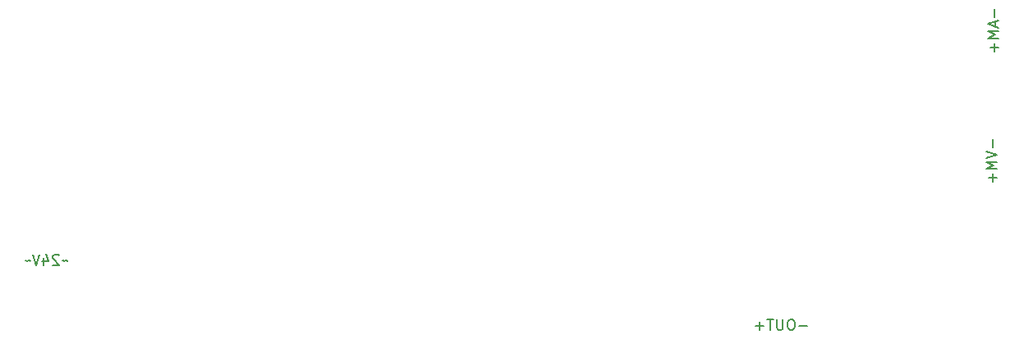
<source format=gbo>
G04 #@! TF.GenerationSoftware,KiCad,Pcbnew,5.0.0-rc1-44a33f2~62~ubuntu16.04.1*
G04 #@! TF.CreationDate,2018-04-02T12:51:17+03:00*
G04 #@! TF.ProjectId,lm317_adj_supply,6C6D3331375F61646A5F737570706C79,rev?*
G04 #@! TF.SameCoordinates,Original*
G04 #@! TF.FileFunction,Legend,Bot*
G04 #@! TF.FilePolarity,Positive*
%FSLAX46Y46*%
G04 Gerber Fmt 4.6, Leading zero omitted, Abs format (unit mm)*
G04 Created by KiCad (PCBNEW 5.0.0-rc1-44a33f2~62~ubuntu16.04.1) date Mon Apr  2 12:51:17 2018*
%MOMM*%
%LPD*%
G01*
G04 APERTURE LIST*
%ADD10C,0.200000*%
%ADD11C,2.000000*%
%ADD12O,2.000000X2.000000*%
%ADD13R,2.800000X2.800000*%
%ADD14C,2.800000*%
%ADD15C,1.900000*%
%ADD16R,1.900000X1.900000*%
%ADD17C,4.400000*%
%ADD18R,4.400000X4.400000*%
%ADD19C,3.600000*%
%ADD20O,2.600000X2.600000*%
%ADD21R,2.600000X2.600000*%
%ADD22R,2.400000X2.400000*%
%ADD23C,2.400000*%
%ADD24R,3.600000X3.600000*%
%ADD25O,3.600000X3.600000*%
%ADD26R,2.200000X2.200000*%
%ADD27C,2.200000*%
%ADD28C,2.900000*%
%ADD29R,2.900000X2.900000*%
%ADD30C,1.800000*%
%ADD31O,1.800000X1.800000*%
%ADD32R,2.100000X2.100000*%
%ADD33O,2.100000X2.100000*%
%ADD34O,3.900000X3.900000*%
%ADD35O,2.200000X2.200000*%
G04 APERTURE END LIST*
D10*
X197778571Y-106400000D02*
X197778571Y-107238095D01*
X197097619Y-107604761D02*
X198197619Y-107971428D01*
X197097619Y-108338095D01*
X198197619Y-108704761D02*
X197097619Y-108704761D01*
X197883333Y-109071428D01*
X197097619Y-109438095D01*
X198197619Y-109438095D01*
X197778571Y-109961904D02*
X197778571Y-110800000D01*
X198197619Y-110380952D02*
X197359523Y-110380952D01*
X197978571Y-92900000D02*
X197978571Y-93738095D01*
X198083333Y-94209523D02*
X198083333Y-94733333D01*
X198397619Y-94104761D02*
X197297619Y-94471428D01*
X198397619Y-94838095D01*
X198397619Y-95204761D02*
X197297619Y-95204761D01*
X198083333Y-95571428D01*
X197297619Y-95938095D01*
X198397619Y-95938095D01*
X197978571Y-96461904D02*
X197978571Y-97300000D01*
X198397619Y-96880952D02*
X197559523Y-96880952D01*
X102400000Y-118978571D02*
X102347619Y-118926190D01*
X102242857Y-118873809D01*
X102033333Y-118978571D01*
X101928571Y-118926190D01*
X101876190Y-118873809D01*
X101509523Y-118402380D02*
X101457142Y-118350000D01*
X101352380Y-118297619D01*
X101090476Y-118297619D01*
X100985714Y-118350000D01*
X100933333Y-118402380D01*
X100880952Y-118507142D01*
X100880952Y-118611904D01*
X100933333Y-118769047D01*
X101561904Y-119397619D01*
X100880952Y-119397619D01*
X99938095Y-118664285D02*
X99938095Y-119397619D01*
X100200000Y-118245238D02*
X100461904Y-119030952D01*
X99780952Y-119030952D01*
X99519047Y-118297619D02*
X99152380Y-119397619D01*
X98785714Y-118297619D01*
X98576190Y-118978571D02*
X98523809Y-118926190D01*
X98419047Y-118873809D01*
X98209523Y-118978571D01*
X98104761Y-118926190D01*
X98052380Y-118873809D01*
X178671428Y-125678571D02*
X177833333Y-125678571D01*
X177100000Y-124997619D02*
X176890476Y-124997619D01*
X176785714Y-125050000D01*
X176680952Y-125154761D01*
X176628571Y-125364285D01*
X176628571Y-125730952D01*
X176680952Y-125940476D01*
X176785714Y-126045238D01*
X176890476Y-126097619D01*
X177100000Y-126097619D01*
X177204761Y-126045238D01*
X177309523Y-125940476D01*
X177361904Y-125730952D01*
X177361904Y-125364285D01*
X177309523Y-125154761D01*
X177204761Y-125050000D01*
X177100000Y-124997619D01*
X176157142Y-124997619D02*
X176157142Y-125888095D01*
X176104761Y-125992857D01*
X176052380Y-126045238D01*
X175947619Y-126097619D01*
X175738095Y-126097619D01*
X175633333Y-126045238D01*
X175580952Y-125992857D01*
X175528571Y-125888095D01*
X175528571Y-124997619D01*
X175161904Y-124997619D02*
X174533333Y-124997619D01*
X174847619Y-126097619D02*
X174847619Y-124997619D01*
X174166666Y-125678571D02*
X173328571Y-125678571D01*
X173747619Y-126097619D02*
X173747619Y-125259523D01*
%LPC*%
D11*
X173574000Y-90400000D03*
D12*
X163160000Y-90400000D03*
X146000000Y-75260000D03*
D11*
X146000000Y-90500000D03*
D13*
X173902500Y-104282500D03*
D14*
X178902500Y-104282500D03*
D15*
X176230000Y-94500000D03*
X173630000Y-94500000D03*
D16*
X178830000Y-94500000D03*
D17*
X128902500Y-79782500D03*
D18*
X118902500Y-79782500D03*
D19*
X196250000Y-123750000D03*
X196250000Y-70000000D03*
X91000000Y-70000000D03*
D20*
X163910000Y-94532500D03*
D21*
X153750000Y-94532500D03*
D11*
X92602500Y-102232500D03*
X97602500Y-102232500D03*
X92502500Y-90782500D03*
X97502500Y-90782500D03*
X102752500Y-102232500D03*
X107752500Y-102232500D03*
X102952500Y-90782500D03*
X107952500Y-90782500D03*
X158750000Y-114282500D03*
X163750000Y-114282500D03*
D22*
X159000000Y-104750000D03*
D23*
X164000000Y-104750000D03*
D11*
X125000000Y-101032500D03*
X120000000Y-101032500D03*
D18*
X117902500Y-115532500D03*
D17*
X127902500Y-115532500D03*
D11*
X178902500Y-113782500D03*
X173902500Y-113782500D03*
X120152500Y-94282500D03*
X125152500Y-94282500D03*
D24*
X140902500Y-71782500D03*
D25*
X140902500Y-87022500D03*
D19*
X92512500Y-96432500D03*
X97592500Y-96432500D03*
X102672500Y-96432500D03*
D24*
X107752500Y-96432500D03*
D26*
X104902500Y-82532500D03*
D27*
X107442500Y-82532500D03*
D28*
X102652500Y-115500000D03*
D29*
X97652500Y-115500000D03*
X194652500Y-97282500D03*
D28*
X194652500Y-92282500D03*
D29*
X194402500Y-111282500D03*
D28*
X194402500Y-106282500D03*
X178402500Y-122282500D03*
D29*
X173402500Y-122282500D03*
D22*
X155750000Y-71750000D03*
D23*
X153210000Y-71750000D03*
X150670000Y-71750000D03*
X179420000Y-71500000D03*
X181960000Y-71500000D03*
D22*
X184500000Y-71500000D03*
D14*
X155700000Y-80282500D03*
X153000000Y-82582500D03*
D30*
X149120000Y-94532500D03*
D31*
X141500000Y-94532500D03*
D30*
X141402500Y-98282500D03*
D31*
X149022500Y-98282500D03*
D14*
X168250000Y-82500000D03*
X170950000Y-80200000D03*
D31*
X92282500Y-82782500D03*
D30*
X99902500Y-82782500D03*
D32*
X158750000Y-119582500D03*
D33*
X161290000Y-119582500D03*
X163830000Y-119582500D03*
X164080000Y-124500000D03*
X161540000Y-124500000D03*
D32*
X159000000Y-124500000D03*
D34*
X145612500Y-119692500D03*
D26*
X148152500Y-103032500D03*
D35*
X145612500Y-103032500D03*
X143072500Y-103032500D03*
D14*
X183500000Y-82750000D03*
X186200000Y-80450000D03*
D19*
X91000000Y-123500000D03*
M02*

</source>
